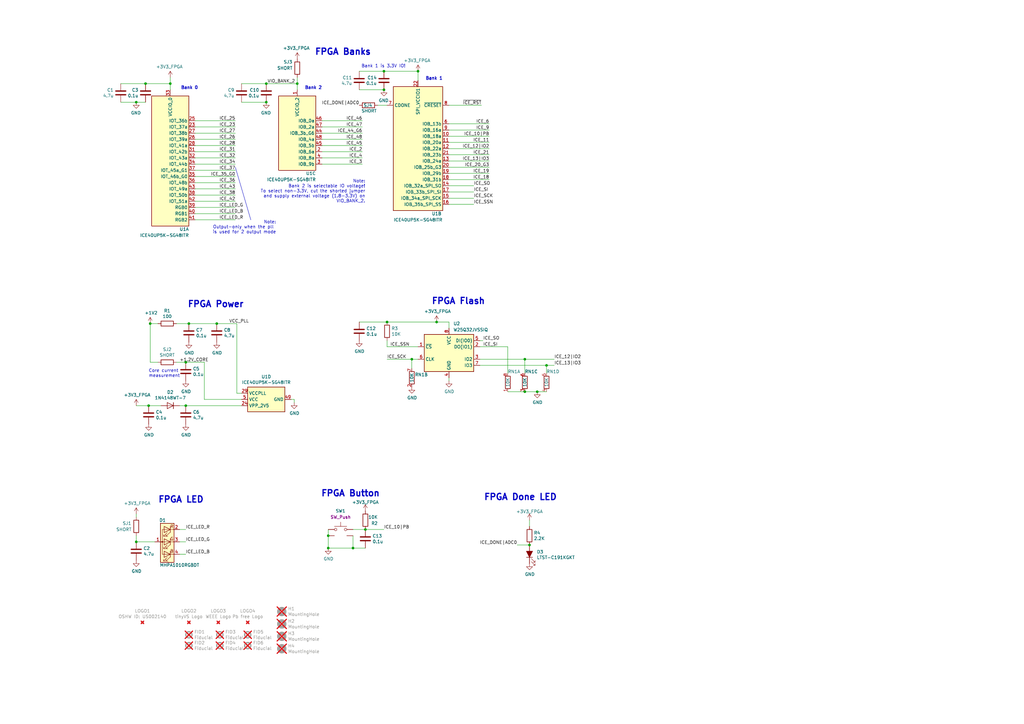
<source format=kicad_sch>
(kicad_sch (version 20231120) (generator "eeschema") (generator_version "8.0")
  (paper "A3")
  (lib_symbols
    (symbol "Device:R_Pack04_Split" (pin_names (offset 0) hide)
      (property "Reference" "RN" (at 2.032 0 90))
      (property "Value" "R_Pack04_Split" (at 0 0 90))
      (symbol "R_Pack04_Split_0_1"
        (rectangle (start 1.016 2.54) (end -1.016 -2.54) (stroke (width 0.254)))
      )
      (symbol "R_Pack04_Split_1_1"
        (pin passive line (at 0 -3.81 90) (length 1.27) (name "R1.1") (number "1"))
        (pin passive line (at 0 3.81 270) (length 1.27) (name "R1.2") (number "8"))
      )
      (symbol "R_Pack04_Split_2_1"
        (pin passive line (at 0 -3.81 90) (length 1.27) (name "R2.1") (number "2"))
        (pin passive line (at 0 3.81 270) (length 1.27) (name "R2.2") (number "7"))
      )
      (symbol "R_Pack04_Split_3_1"
        (pin passive line (at 0 -3.81 90) (length 1.27) (name "R3.1") (number "3"))
        (pin passive line (at 0 3.81 270) (length 1.27) (name "R3.2") (number "6"))
      )
      (symbol "R_Pack04_Split_4_1"
        (pin passive line (at 0 -3.81 90) (length 1.27) (name "R4.1") (number "4"))
        (pin passive line (at 0 3.81 270) (length 1.27) (name "R4.2") (number "5"))
      )
    )
    (symbol "MK11_PROG-rescue:TestPoint_Small-custom" (pin_numbers hide) (pin_names (offset 0.762) hide)
      (property "Reference" "TP" (at 0 3.81 0))
      (property "Value" "TestPoint_Small-custom" (at 0 2.032 0))
      (symbol "TestPoint_Small-custom_0_1"
        (circle (center 0 0) (radius 0.508))
      )
    )
    (symbol "Mechanical:MountingHole" (pin_names (offset 1.016))
      (property "Reference" "H" (at 0 5.08 0))
      (property "Value" "MountingHole" (at 0 3.175 0))
      (symbol "MountingHole_0_1"
        (circle (center 0 0) (radius 1.27) (stroke (width 1.27)))
      )
    )
    (symbol "SW_Push_1" (pin_numbers hide) (pin_names (offset 1.016) hide)
      (property "Reference" "SW2" (at 0 7.62 0))
      (property "Comment" "SW_Push" (at 0 5.08 0))
      (symbol "SW_Push_1_0_1"
        (circle (center -2.032 0) (radius 0.508))
        (polyline (pts (xy 0 1.27) (xy 0 3.048)))
        (polyline (pts (xy 2.54 1.27) (xy -2.54 1.27)))
        (circle (center 2.032 0) (radius 0.508))
        (pin passive line (at -5.08 0 0) (length 2.54) (name "1") (number "1"))
        (pin passive line (at 5.08 0 180) (length 2.54) (name "2") (number "2"))
        (pin passive line (at -5.08 -2.54 0) (length 2.54) (name "SH1") (number "SH1"))
        (pin passive line (at 5.08 -2.54 180) (length 2.54) (name "SH2") (number "SH2"))
      )
    )
    (symbol "UPduino_v3.0:Device_C" (pin_numbers hide) (pin_names (offset 0.254))
      (property "Reference" "C" (at 0.635 2.54 0))
      (property "Value" "Device_C" (at 0.635 -2.54 0))
      (symbol "Device_C_0_1"
        (polyline (pts (xy -2.032 -0.762) (xy 2.032 -0.762)) (stroke (width 0.508)))
        (polyline (pts (xy -2.032 0.762) (xy 2.032 0.762)) (stroke (width 0.508)))
      )
      (symbol "Device_C_1_1"
        (pin passive line (at 0 3.81 270) (length 2.794) (name "~") (number "1"))
        (pin passive line (at 0 -3.81 90) (length 2.794) (name "~") (number "2"))
      )
    )
    (symbol "UPduino_v3.0:Device_LED_ALT" (pin_numbers hide) (pin_names (offset 1.016) hide)
      (property "Reference" "D" (at 0 2.54 0))
      (property "Value" "Device_LED_ALT" (at 0 -2.54 0))
      (symbol "Device_LED_ALT_0_1"
        (polyline (pts (xy -1.27 -1.27) (xy -1.27 1.27)) (stroke (width 0.2032)))
        (polyline (pts (xy -1.27 0) (xy 1.27 0)))
        (polyline (pts (xy 1.27 -1.27) (xy 1.27 1.27) (xy -1.27 0) (xy 1.27 -1.27)) (stroke (width 0.2032)) (fill (type outline)))
        (polyline (pts (xy -3.048 -0.762) (xy -4.572 -2.286) (xy -3.81 -2.286) (xy -4.572 -2.286) (xy -4.572 -1.524)))
        (polyline (pts (xy -1.778 -0.762) (xy -3.302 -2.286) (xy -2.54 -2.286) (xy -3.302 -2.286) (xy -3.302 -1.524)))
      )
      (symbol "Device_LED_ALT_1_1"
        (pin passive line (at -3.81 0 0) (length 2.54) (name "K") (number "1"))
        (pin passive line (at 3.81 0 180) (length 2.54) (name "A") (number "2"))
      )
    )
    (symbol "UPduino_v3.0:Device_LED_ARGB" (pin_names (offset 0) hide)
      (property "Reference" "D2" (at 0 11.8618 0))
      (property "Value" "MHPA1010RGBDT" (at 6.35 10.16 0))
      (symbol "Device_LED_ARGB_0_0"
        (text "B" (at -1.905 3.81 0) (effects (font (size 1.27 1.27))))
        (text "G" (at -1.905 -1.27 0) (effects (font (size 1.27 1.27))))
        (text "R" (at -1.905 -6.35 0) (effects (font (size 1.27 1.27))))
      )
      (symbol "Device_LED_ARGB_0_1"
        (polyline (pts (xy -2.54 -5.08) (xy 1.27 -5.08)))
        (polyline (pts (xy -1.27 -3.81) (xy -1.27 -6.35)) (stroke (width 0.2032)))
        (polyline (pts (xy -1.27 1.27) (xy -1.27 -1.27)) (stroke (width 0.2032)))
        (polyline (pts (xy -1.27 6.35) (xy -1.27 3.81)) (stroke (width 0.2032)))
        (polyline (pts (xy 1.27 5.08) (xy -2.54 5.08)))
        (polyline (pts (xy 2.54 0) (xy -2.54 0)))
        (polyline (pts (xy 1.27 -5.08) (xy 2.032 -5.08) (xy 2.032 5.08) (xy 1.27 5.08)))
        (polyline (pts (xy 1.27 -3.81) (xy 1.27 -6.35) (xy -1.27 -5.08) (xy 1.27 -3.81)) (stroke (width 0.2032)))
        (polyline (pts (xy 1.27 1.27) (xy 1.27 -1.27) (xy -1.27 0) (xy 1.27 1.27)) (stroke (width 0.2032)))
        (polyline (pts (xy 1.27 6.35) (xy 1.27 3.81) (xy -1.27 5.08) (xy 1.27 6.35)) (stroke (width 0.2032)))
        (polyline (pts (xy -1.016 -3.81) (xy 0.508 -2.286) (xy -0.254 -2.286) (xy 0.508 -2.286) (xy 0.508 -3.048)))
        (polyline (pts (xy -1.016 1.27) (xy 0.508 2.794) (xy -0.254 2.794) (xy 0.508 2.794) (xy 0.508 2.032)))
        (polyline (pts (xy -1.016 6.35) (xy 0.508 7.874) (xy -0.254 7.874) (xy 0.508 7.874) (xy 0.508 7.112)))
        (polyline (pts (xy 0 -3.81) (xy 1.524 -2.286) (xy 0.762 -2.286) (xy 1.524 -2.286) (xy 1.524 -3.048)))
        (polyline (pts (xy 0 1.27) (xy 1.524 2.794) (xy 0.762 2.794) (xy 1.524 2.794) (xy 1.524 2.032)))
        (polyline (pts (xy 0 6.35) (xy 1.524 7.874) (xy 0.762 7.874) (xy 1.524 7.874) (xy 1.524 7.112)))
        (rectangle (start 1.27 6.35) (end 1.27 6.35))
        (circle (center 2.032 0) (radius 0.254) (fill (type outline)))
        (rectangle (start 2.794 8.382) (end -2.794 -7.62) (stroke (width 0.254)) (fill (type background)))
      )
      (symbol "Device_LED_ARGB_1_1"
        (pin passive line (at 5.08 0 180) (length 2.54) (name "A") (number "1"))
        (pin passive line (at -5.08 -5.08 0) (length 2.54) (name "RK") (number "2"))
        (pin passive line (at -5.08 0 0) (length 2.54) (name "GK") (number "3"))
        (pin passive line (at -5.08 5.08 0) (length 2.54) (name "BK") (number "4"))
      )
    )
    (symbol "UPduino_v3.0:Device_R" (pin_numbers hide) (pin_names (offset 0))
      (property "Reference" "R" (at 2.032 0 90))
      (property "Value" "Device_R" (at 0 0 90))
      (symbol "Device_R_0_1"
        (rectangle (start -1.016 -2.54) (end 1.016 2.54) (stroke (width 0.254)))
      )
      (symbol "Device_R_1_1"
        (pin passive line (at 0 3.81 270) (length 1.27) (name "~") (number "1"))
        (pin passive line (at 0 -3.81 90) (length 1.27) (name "~") (number "2"))
      )
    )
    (symbol "UPduino_v3.0:Diode_1N4148W" (pin_numbers hide) (pin_names (offset 1.016) hide)
      (property "Reference" "D" (at 0 2.54 0))
      (property "Value" "Diode_1N4148W" (at 0 -2.54 0))
      (symbol "Diode_1N4148W_0_1"
        (polyline (pts (xy -1.27 1.27) (xy -1.27 -1.27)) (stroke (width 0.254)))
        (polyline (pts (xy 1.27 0) (xy -1.27 0)))
        (polyline (pts (xy 1.27 1.27) (xy 1.27 -1.27) (xy -1.27 0) (xy 1.27 1.27)) (stroke (width 0.2032)))
      )
      (symbol "Diode_1N4148W_1_1"
        (pin passive line (at -3.81 0 0) (length 2.54) (name "K") (number "1"))
        (pin passive line (at 3.81 0 180) (length 2.54) (name "A") (number "2"))
      )
    )
    (symbol "UPduino_v3.0:Fiducial-Mechanical"
      (property "Reference" "FID" (at 0 5.08 0))
      (property "Value" "Fiducial-Mechanical" (at 0 3.175 0))
      (symbol "Fiducial-Mechanical_0_1"
        (circle (center 0 0) (radius 1.27) (stroke (width 0.508)) (fill (type background)))
      )
    )
    (symbol "UPduino_v3.0:ICE40UP5K-SG48ITR-FPGA_Lattice"
      (property "Reference" "U" (at -8.89 -29.21 0))
      (property "Value" "ICE40UP5K-SG48ITR-FPGA_Lattice" (at 0 -31.75 0))
      (symbol "ICE40UP5K-SG48ITR-FPGA_Lattice_1_1"
        (rectangle (start -7.62 25.4) (end 7.62 -27.94) (stroke (width 0.254)) (fill (type background)))
        (pin bidirectional line (at -10.16 12.7 0) (length 2.54) (name "IOT_37a") (number "23"))
        (pin bidirectional line (at -10.16 15.24 0) (length 2.54) (name "IOT_36b") (number "25"))
        (pin bidirectional line (at -10.16 7.62 0) (length 2.54) (name "IOT_39a") (number "26"))
        (pin bidirectional line (at -10.16 10.16 0) (length 2.54) (name "IOT_38b") (number "27"))
        (pin bidirectional line (at -10.16 5.08 0) (length 2.54) (name "IOT_41a") (number "28"))
        (pin bidirectional line (at -10.16 2.54 0) (length 2.54) (name "IOT_42b") (number "31"))
        (pin bidirectional line (at -10.16 0 0) (length 2.54) (name "IOT_43a") (number "32"))
        (pin power_in line (at 0 27.94 270) (length 2.54) (name "VCCIO_0") (number "33"))
        (pin bidirectional line (at -10.16 -2.54 0) (length 2.54) (name "IOT_44b") (number "34"))
        (pin bidirectional line (at -10.16 -7.62 0) (length 2.54) (name "IOT_46b_G0") (number "35"))
        (pin bidirectional line (at -10.16 -10.16 0) (length 2.54) (name "IOT_48b") (number "36"))
        (pin bidirectional line (at -10.16 -5.08 0) (length 2.54) (name "IOT_45a_G1") (number "37"))
        (pin bidirectional line (at -10.16 -15.24 0) (length 2.54) (name "IOT_50b") (number "38"))
        (pin open_collector line (at -10.16 -20.32 0) (length 2.54) (name "RGB0") (number "39"))
        (pin open_collector line (at -10.16 -22.86 0) (length 2.54) (name "RGB1") (number "40"))
        (pin open_collector line (at -10.16 -25.4 0) (length 2.54) (name "RGB2") (number "41"))
        (pin bidirectional line (at -10.16 -17.78 0) (length 2.54) (name "IOT_51a") (number "42"))
        (pin bidirectional line (at -10.16 -12.7 0) (length 2.54) (name "IOT_49a") (number "43"))
      )
      (symbol "ICE40UP5K-SG48ITR-FPGA_Lattice_2_1"
        (rectangle (start -10.16 25.4) (end 10.16 -25.4) (stroke (width 0.254)) (fill (type background)))
        (pin bidirectional line (at -12.7 5.08 0) (length 2.54) (name "IOB_18a") (number "10"))
        (pin bidirectional line (at -12.7 2.54 0) (length 2.54) (name "IOB_20a") (number "11"))
        (pin bidirectional line (at -12.7 0 0) (length 2.54) (name "IOB_22a") (number "12"))
        (pin bidirectional line (at -12.7 -5.08 0) (length 2.54) (name "IOB_24a") (number "13"))
        (pin bidirectional line (at -12.7 -15.24 0) (length 2.54) (name "IOB_32a_SPI_SO") (number "14"))
        (pin bidirectional line (at -12.7 -20.32 0) (length 2.54) (name "IOB_34a_SPI_SCK") (number "15"))
        (pin bidirectional line (at -12.7 -22.86 0) (length 2.54) (name "IOB_35b_SPI_SS") (number "16"))
        (pin bidirectional line (at -12.7 -17.78 0) (length 2.54) (name "IOB_33b_SPI_SI") (number "17"))
        (pin bidirectional line (at -12.7 -12.7 0) (length 2.54) (name "IOB_31b") (number "18"))
        (pin bidirectional line (at -12.7 -10.16 0) (length 2.54) (name "IOB_29b") (number "19"))
        (pin bidirectional line (at -12.7 -7.62 0) (length 2.54) (name "IOB_25b_G3") (number "20"))
        (pin bidirectional line (at -12.7 -2.54 0) (length 2.54) (name "IOB_23b") (number "21"))
        (pin power_in line (at 0 27.94 270) (length 2.54) (name "SPI_VCCIO1") (number "22"))
        (pin bidirectional line (at -12.7 10.16 0) (length 2.54) (name "IOB_13b") (number "6"))
        (pin open_collector line (at 12.7 17.78 180) (length 2.54) (name "CDONE") (number "7"))
        (pin input line (at -12.7 17.78 0) (length 2.54) (name "~{CRESET}") (number "8"))
        (pin bidirectional line (at -12.7 7.62 0) (length 2.54) (name "IOB_16a") (number "9"))
      )
      (symbol "ICE40UP5K-SG48ITR-FPGA_Lattice_3_1"
        (rectangle (start -7.62 15.24) (end 7.62 -15.24) (stroke (width 0.254)) (fill (type background)))
        (pin power_in line (at 0 17.78 270) (length 2.54) (name "VCCIO_2") (number "1"))
        (pin bidirectional line (at -10.16 -7.62 0) (length 2.54) (name "IOB_6a") (number "2"))
        (pin bidirectional line (at -10.16 -12.7 0) (length 2.54) (name "IOB_9b") (number "3"))
        (pin bidirectional line (at -10.16 -10.16 0) (length 2.54) (name "IOB_8a") (number "4"))
        (pin bidirectional line (at -10.16 0 0) (length 2.54) (name "IOB_3b_G6") (number "44"))
        (pin bidirectional line (at -10.16 -5.08 0) (length 2.54) (name "IOB_5b") (number "45"))
        (pin bidirectional line (at -10.16 5.08 0) (length 2.54) (name "IOB_0a") (number "46"))
        (pin bidirectional line (at -10.16 2.54 0) (length 2.54) (name "IOB_2a") (number "47"))
        (pin bidirectional line (at -10.16 -2.54 0) (length 2.54) (name "IOB_4a") (number "48"))
      )
      (symbol "ICE40UP5K-SG48ITR-FPGA_Lattice_4_1"
        (rectangle (start -5.08 7.62) (end 5.08 -7.62) (stroke (width 0.254)) (fill (type background)))
        (pin power_in line (at -2.54 10.16 270) (length 2.54) (name "VPP_2V5") (number "24"))
        (pin power_out line (at 2.54 10.16 270) (length 2.54) (name "VCCPLL") (number "29"))
        (pin passive line (at 0 10.16 270) (length 2.54) hide (name "VCC") (number "30"))
        (pin power_in line (at 0 -10.16 90) (length 2.54) (name "GND") (number "49"))
        (pin power_in line (at 0 10.16 270) (length 2.54) (name "VCC") (number "5"))
      )
    )
    (symbol "UPduino_v3.0:W25Q32JVSS-Memory_Flash"
      (property "Reference" "U" (at -8.89 8.89 0))
      (property "Value" "W25Q32JVSS-Memory_Flash" (at 7.62 8.89 0))
      (symbol "W25Q32JVSS-Memory_Flash_0_1"
        (rectangle (start -10.16 7.62) (end 10.16 -7.62) (stroke (width 0.254)) (fill (type background)))
      )
      (symbol "W25Q32JVSS-Memory_Flash_1_1"
        (pin input line (at -12.7 2.54 0) (length 2.54) (name "~{CS}") (number "1"))
        (pin bidirectional line (at 12.7 2.54 180) (length 2.54) (name "DO(IO1)") (number "2"))
        (pin bidirectional line (at 12.7 -2.54 180) (length 2.54) (name "IO2") (number "3"))
        (pin power_in line (at 0 -10.16 90) (length 2.54) (name "GND") (number "4"))
        (pin bidirectional line (at 12.7 5.08 180) (length 2.54) (name "DI(IO0)") (number "5"))
        (pin input line (at -12.7 -2.54 0) (length 2.54) (name "CLK") (number "6"))
        (pin bidirectional line (at 12.7 -5.08 180) (length 2.54) (name "IO3") (number "7"))
        (pin power_in line (at 0 10.16 270) (length 2.54) (name "VCC") (number "8"))
      )
    )
    (symbol "UPduino_v3.0:power_+1V2" (power) (pin_names (offset 0))
      (property "Value" "power_+1V2" (at 0 3.556 0))
      (symbol "power_+1V2_0_1"
        (polyline (pts (xy -0.762 1.27) (xy 0 2.54)))
        (polyline (pts (xy 0 0) (xy 0 2.54)))
        (polyline (pts (xy 0 2.54) (xy 0.762 1.27)))
      )
      (symbol "power_+1V2_1_1"
        (pin power_in line (at 0 0 90) (length 0) hide (name "+1V2") (number "1"))
      )
    )
    (symbol "UPduino_v3.0:power_GND" (power) (pin_names (offset 0))
      (property "Value" "power_GND" (at 0 -3.81 0))
      (symbol "power_GND_0_1"
        (polyline (pts (xy 0 0) (xy 0 -1.27) (xy 1.27 -1.27) (xy 0 -2.54) (xy -1.27 -1.27) (xy 0 -1.27)))
      )
      (symbol "power_GND_1_1"
        (pin power_in line (at 0 0 270) (length 0) hide (name "GND") (number "1"))
      )
    )
    (symbol "power:+3V3" (power) (pin_names (offset 0))
      (property "Value" "+3V3" (at 0 3.556 0))
      (symbol "+3V3_0_1"
        (polyline (pts (xy -0.762 1.27) (xy 0 2.54)))
        (polyline (pts (xy 0 0) (xy 0 2.54)))
        (polyline (pts (xy 0 2.54) (xy 0.762 1.27)))
      )
      (symbol "+3V3_1_1"
        (pin power_in line (at 0 0 90) (length 0) hide (name "+3V3") (number "1"))
      )
    )
  )
  (junction (at 55.88 41.91))
  (junction (at 217.17 223.52))
  (junction (at 134.62 219.71))
  (junction (at 157.48 29.21))
  (junction (at 121.92 34.29))
  (junction (at 109.22 41.91))
  (junction (at 76.2 166.37))
  (junction (at 59.69 34.29))
  (junction (at 215.265 147.32))
  (junction (at 168.91 147.32))
  (junction (at 179.07 132.08))
  (junction (at 55.88 222.25))
  (junction (at 149.86 217.17))
  (junction (at 69.85 34.29))
  (junction (at 157.48 36.83))
  (junction (at 88.9 132.715))
  (junction (at 144.78 224.79))
  (junction (at 77.47 132.715))
  (junction (at 171.45 29.21))
  (junction (at 76.2 148.59))
  (junction (at 60.96 166.37))
  (junction (at 224.155 149.86))
  (junction (at 220.345 160.655))
  (junction (at 61.595 132.715))
  (junction (at 109.22 34.29))
  (junction (at 158.75 132.08))
  (junction (at 134.62 224.79))
  (junction (at 215.265 160.655))
  (wire (pts (xy 196.85 149.86) (xy 224.155 149.86)))
  (wire (pts (xy 121.92 34.29) (xy 121.92 36.83)))
  (wire (pts (xy 215.265 147.32) (xy 215.265 153.035)))
  (wire (pts (xy 147.32 132.08) (xy 158.75 132.08)))
  (wire (pts (xy 80.01 82.55) (xy 96.52 82.55)))
  (wire (pts (xy 134.62 219.71) (xy 134.62 224.79)))
  (wire (pts (xy 184.15 63.5) (xy 200.66 63.5)))
  (wire (pts (xy 69.85 34.29) (xy 69.85 36.83)))
  (wire (pts (xy 80.01 85.09) (xy 96.52 85.09)))
  (wire (pts (xy 80.01 74.93) (xy 96.52 74.93)))
  (wire (pts (xy 184.15 53.34) (xy 200.66 53.34)))
  (wire (pts (xy 184.15 50.8) (xy 200.66 50.8)))
  (wire (pts (xy 179.07 132.08) (xy 184.15 132.08)))
  (wire (pts (xy 69.85 34.29) (xy 59.69 34.29)))
  (wire (pts (xy 184.15 132.08) (xy 184.15 134.62)))
  (wire (pts (xy 80.01 80.01) (xy 96.52 80.01)))
  (wire (pts (xy 158.75 132.08) (xy 179.07 132.08)))
  (wire (pts (xy 184.15 78.74) (xy 194.31 78.74)))
  (wire (pts (xy 149.86 217.17) (xy 157.48 217.17)))
  (wire (pts (xy 121.92 31.75) (xy 121.92 34.29)))
  (wire (pts (xy 80.01 87.63) (xy 96.52 87.63)))
  (wire (pts (xy 184.15 73.66) (xy 200.66 73.66)))
  (wire (pts (xy 60.96 166.37) (xy 66.04 166.37)))
  (wire (pts (xy 80.01 67.31) (xy 96.52 67.31)))
  (wire (pts (xy 119.38 163.83) (xy 120.65 163.83)))
  (wire (pts (xy 61.595 132.715) (xy 61.595 148.59)))
  (wire (pts (xy 208.28 142.24) (xy 208.28 153.035)))
  (wire (pts (xy 132.08 49.53) (xy 148.59 49.53)))
  (wire (pts (xy 73.66 217.17) (xy 76.2 217.17)))
  (wire (pts (xy 77.47 132.715) (xy 88.9 132.715)))
  (wire (pts (xy 76.2 148.59) (xy 83.82 148.59)))
  (wire (pts (xy 55.88 210.82) (xy 55.88 212.09)))
  (wire (pts (xy 80.01 77.47) (xy 96.52 77.47)))
  (wire (pts (xy 80.01 52.07) (xy 96.52 52.07)))
  (wire (pts (xy 132.08 59.69) (xy 148.59 59.69)))
  (wire (pts (xy 184.15 71.12) (xy 200.66 71.12)))
  (wire (pts (xy 61.595 148.59) (xy 64.77 148.59)))
  (wire (pts (xy 55.88 219.71) (xy 55.88 222.25)))
  (wire (pts (xy 168.91 147.32) (xy 171.45 147.32)))
  (wire (pts (xy 132.08 64.77) (xy 148.59 64.77)))
  (wire (pts (xy 55.88 166.37) (xy 60.96 166.37)))
  (wire (pts (xy 184.15 58.42) (xy 200.66 58.42)))
  (wire (pts (xy 83.82 148.59) (xy 83.82 163.83)))
  (wire (pts (xy 144.78 224.79) (xy 149.86 224.79)))
  (wire (pts (xy 120.65 163.83) (xy 120.65 165.1)))
  (wire (pts (xy 69.85 31.75) (xy 69.85 34.29)))
  (wire (pts (xy 80.01 69.85) (xy 96.52 69.85)))
  (wire (pts (xy 83.82 163.83) (xy 99.06 163.83)))
  (wire (pts (xy 80.01 72.39) (xy 96.52 72.39)))
  (wire (pts (xy 132.08 57.15) (xy 148.59 57.15)))
  (wire (pts (xy 184.15 55.88) (xy 200.66 55.88)))
  (wire (pts (xy 184.15 68.58) (xy 200.66 68.58)))
  (wire (pts (xy 157.48 36.83) (xy 147.32 36.83)))
  (wire (pts (xy 196.85 142.24) (xy 208.28 142.24)))
  (wire (pts (xy 99.06 34.29) (xy 109.22 34.29)))
  (wire (pts (xy 184.15 154.94) (xy 184.15 156.21)))
  (wire (pts (xy 212.09 223.52) (xy 217.17 223.52)))
  (wire (pts (xy 73.66 227.33) (xy 76.2 227.33)))
  (wire (pts (xy 144.78 219.71) (xy 144.78 224.79)))
  (wire (pts (xy 132.08 54.61) (xy 148.59 54.61)))
  (wire (pts (xy 59.69 34.29) (xy 49.53 34.29)))
  (wire (pts (xy 208.28 160.655) (xy 215.265 160.655)))
  (wire (pts (xy 147.32 29.21) (xy 157.48 29.21)))
  (wire (pts (xy 144.78 217.17) (xy 149.86 217.17)))
  (wire (pts (xy 72.39 132.715) (xy 77.47 132.715)))
  (wire (pts (xy 134.62 224.79) (xy 144.78 224.79)))
  (wire (pts (xy 88.9 132.715) (xy 97.155 132.715)))
  (wire (pts (xy 168.91 147.32) (xy 168.91 151.13)))
  (wire (pts (xy 73.66 222.25) (xy 76.2 222.25)))
  (wire (pts (xy 109.22 41.91) (xy 99.06 41.91)))
  (wire (pts (xy 184.15 81.28) (xy 194.31 81.28)))
  (wire (pts (xy 217.17 215.9) (xy 217.17 213.36)))
  (wire (pts (xy 171.45 29.21) (xy 157.48 29.21)))
  (wire (pts (xy 215.265 147.32) (xy 227.33 147.32)))
  (wire (pts (xy 158.75 139.7) (xy 158.75 142.24)))
  (wire (pts (xy 184.15 66.04) (xy 200.66 66.04)))
  (wire (pts (xy 55.88 222.25) (xy 63.5 222.25)))
  (wire (pts (xy 134.62 217.17) (xy 134.62 219.71)))
  (wire (pts (xy 158.75 147.32) (xy 168.91 147.32)))
  (wire (pts (xy 80.01 62.23) (xy 96.52 62.23)))
  (wire (pts (xy 59.69 41.91) (xy 55.88 41.91)))
  (wire (pts (xy 198.12 139.7) (xy 196.85 139.7)))
  (wire (pts (xy 73.66 166.37) (xy 76.2 166.37)))
  (wire (pts (xy 132.08 52.07) (xy 148.59 52.07)))
  (wire (pts (xy 80.01 49.53) (xy 96.52 49.53)))
  (wire (pts (xy 61.595 132.715) (xy 64.77 132.715)))
  (wire (pts (xy 171.45 29.21) (xy 171.45 33.02)))
  (wire (pts (xy 184.15 60.96) (xy 200.66 60.96)))
  (wire (pts (xy 76.2 166.37) (xy 99.06 166.37)))
  (wire (pts (xy 80.01 57.15) (xy 96.52 57.15)))
  (wire (pts (xy 72.39 148.59) (xy 76.2 148.59)))
  (wire (pts (xy 194.31 83.82) (xy 184.15 83.82)))
  (wire (pts (xy 55.88 41.91) (xy 49.53 41.91)))
  (wire (pts (xy 132.08 62.23) (xy 148.59 62.23)))
  (wire (pts (xy 97.155 161.29) (xy 99.06 161.29)))
  (wire (pts (xy 132.08 67.31) (xy 148.59 67.31)))
  (wire (pts (xy 121.92 34.29) (xy 109.22 34.29)))
  (wire (pts (xy 158.75 142.24) (xy 171.45 142.24)))
  (wire (pts (xy 197.485 43.18) (xy 184.15 43.18)))
  (wire (pts (xy 215.265 160.655) (xy 220.345 160.655)))
  (polyline (pts (xy 102.87 90.17) (xy 96.52 68.58)) (stroke (width 0) (type solid)))
  (wire (pts (xy 80.01 64.77) (xy 96.52 64.77)))
  (wire (pts (xy 80.01 54.61) (xy 96.52 54.61)))
  (wire (pts (xy 97.155 132.715) (xy 97.155 161.29)))
  (wire (pts (xy 80.01 90.17) (xy 96.52 90.17)))
  (wire (pts (xy 224.155 149.86) (xy 224.155 153.035)))
  (wire (pts (xy 80.01 59.69) (xy 96.52 59.69)))
  (wire (pts (xy 220.345 160.655) (xy 224.155 160.655)))
  (wire (pts (xy 154.94 43.18) (xy 158.75 43.18)))
  (wire (pts (xy 196.85 147.32) (xy 215.265 147.32)))
  (wire (pts (xy 184.15 76.2) (xy 194.31 76.2)))
  (wire (pts (xy 224.155 149.86) (xy 227.33 149.86)))
  (text "Bank 0" (at 81.28 36.83 0) (effects (font (size 1.27 1.27) (thickness 0.254) (bold yes)) (justify right bottom)))
  (text "Bank 1 is 3.3V IO!" (at 166.37 27.94 0) (effects (font (size 1.27 1.27)) (justify right bottom)))
  (text "FPGA Done LED" (at 198.374 205.486 0) (effects (font (size 2.54 2.54) (thickness 0.508) (bold yes)) (justify left bottom)))
  (text "FPGA Power" (at 76.835 126.365 0) (effects (font (size 2.54 2.54) (thickness 0.508) (bold yes)) (justify left bottom)))
  (text "Note:\nBank 2 is selectable IO voltage!\nTo select non-3.3V, cut the shorted jumper\nand supply external voltage (1.8-3.3V) on\nVIO_BANK_2." (at 149.86 83.312 0) (effects (font (size 1.27 1.27)) (justify right bottom)))
  (text "Bank 1" (at 181.61 33.02 0) (effects (font (size 1.27 1.27) (thickness 0.254) (bold yes)) (justify right bottom)))
  (text "FPGA Flash" (at 176.911 125.095 0) (effects (font (size 2.54 2.54) (thickness 0.508) (bold yes)) (justify left bottom)))
  (text "FPGA LED" (at 64.77 206.502 0) (effects (font (size 2.54 2.54) (thickness 0.508) (bold yes)) (justify left bottom)))
  (text "FPGA Banks" (at 129.032 22.86 0) (effects (font (size 2.54 2.54) (thickness 0.508) (bold yes)) (justify left bottom)))
  (text "Core current \nmeasurement" (at 60.96 154.94 0) (effects (font (size 1.27 1.27)) (justify left bottom)))
  (text "Bank 2" (at 132.08 36.83 0) (effects (font (size 1.27 1.27) (thickness 0.254) (bold yes)) (justify right bottom)))
  (text "FPGA Button" (at 131.572 203.962 0) (effects (font (size 2.54 2.54) (thickness 0.508) (bold yes)) (justify left bottom)))
  (text "Note:\nOutput-only when the pll \nis used for 2 output mode" (at 113.284 96.012 0) (effects (font (size 1.27 1.27)) (justify right bottom)))
  (label "ICE_SO" (at 198.12 139.7 0))
  (label "ICE_SI" (at 198.12 142.24 0))
  (label "ICE_3" (at 148.59 67.31 180))
  (label "ICE_LED_R" (at 89.916 90.17 0))
  (label "+1.2V_CORE" (at 73.66 148.59 0))
  (label "ICE_LED_G" (at 76.2 222.25 0))
  (label "ICE_31" (at 96.52 62.23 180))
  (label "ICE_42" (at 96.52 82.55 180))
  (label "~{ICE_RST}" (at 197.485 43.18 180))
  (label "ICE_SSN" (at 194.31 83.82 0))
  (label "ICE_43" (at 96.52 77.47 180))
  (label "ICE_37" (at 96.52 69.85 180))
  (label "ICE_21" (at 200.66 63.5 180))
  (label "ICE_10|PB" (at 200.66 55.88 180))
  (label "ICE_44_G6" (at 148.59 54.61 180))
  (label "ICE_46" (at 148.59 49.53 180))
  (label "ICE_18" (at 200.66 73.66 180))
  (label "ICE_12|IO2" (at 200.66 60.96 180))
  (label "ICE_LED_B" (at 89.916 87.63 0))
  (label "ICE_SO" (at 194.31 76.2 0))
  (label "ICE_38" (at 96.52 80.01 180))
  (label "ICE_SSN" (at 160.02 142.24 0))
  (label "ICE_SI" (at 194.31 78.74 0))
  (label "ICE_6" (at 200.66 50.8 180))
  (label "ICE_LED_G" (at 89.916 85.09 0))
  (label "ICE_13|IO3" (at 200.66 66.04 180))
  (label "ICE_DONE|ADC0" (at 212.09 223.52 180))
  (label "ICE_11" (at 200.66 58.42 180))
  (label "ICE_32" (at 96.52 64.77 180))
  (label "ICE_45" (at 148.59 59.69 180))
  (label "ICE_19" (at 200.66 71.12 180))
  (label "ICE_2" (at 148.59 62.23 180))
  (label "ICE_26" (at 96.52 57.15 180))
  (label "ICE_DONE|ADC0" (at 147.32 43.18 180))
  (label "ICE_35_G0" (at 96.52 72.39 180))
  (label "VIO_BANK_2" (at 121.031 34.29 180))
  (label "ICE_27" (at 96.52 54.61 180))
  (label "ICE_LED_B" (at 76.2 227.33 0))
  (label "ICE_10|PB" (at 157.48 217.17 0))
  (label "ICE_13|IO3" (at 227.33 149.86 0))
  (label "ICE_48" (at 148.59 57.15 180))
  (label "ICE_25" (at 96.52 49.53 180))
  (label "ICE_20_G3" (at 200.66 68.58 180))
  (label "ICE_47" (at 148.59 52.07 180))
  (label "ICE_LED_R" (at 76.2 217.17 0))
  (label "ICE_SCK" (at 194.31 81.28 0))
  (label "VCC_PLL" (at 93.98 132.715 0))
  (label "ICE_SCK" (at 158.75 147.32 0))
  (label "ICE_12|IO2" (at 227.33 147.32 0))
  (label "ICE_9" (at 200.66 53.34 180))
  (label "ICE_28" (at 96.52 59.69 180))
  (label "ICE_4" (at 148.59 64.77 180))
  (label "ICE_36" (at 96.52 74.93 180))
  (label "ICE_23" (at 96.52 52.07 180))
  (label "ICE_34" (at 96.52 67.31 180))
  (symbol (lib_id "Device:R_Pack04_Split") (at 168.91 154.94 0) (unit 2)
    (property "Reference" "RN1" (at 170.18 153.67 0) (effects (justify left)))
    (property "Value" "10K" (at 168.91 156.845 90) (effects (justify left)))
    (property "Footprint" "Resistor_SMD:R_Array_Concave_4x0402" (effects (hide yes)))
    (property "Description" "RESARRAY 10K OHM 1% 1/16W 0804" (effects (hide yes)))
    (property "MPN" "YC124-FR-0710KL" (effects (hide yes)))
    (property "Manufacturer" "YAGEO" (effects (hide yes)))
    (property "Supplier" "LCSC" (effects (hide yes)))
  )
  (symbol (lib_id "power:+3V3") (at 171.45 29.21 0) (mirror y) (unit 1)
    (property "Reference" "#PWR020" (effects (hide yes)))
    (property "Value" "+3V3_FPGA" (at 171.069 24.8158 0))
  )
  (symbol (lib_id "power:+3V3") (at 55.88 166.37 0) (unit 1)
    (property "Reference" "#PWR02" (effects (hide yes)))
    (property "Value" "+3V3_FPGA" (at 56.261 161.9758 0))
  )
  (symbol (lib_id "UPduino_v3.0:power_GND") (at 55.88 41.91 0) (mirror y) (unit 1)
    (property "Reference" "#PWR01" (effects (hide yes)))
    (property "Value" "GND" (at 55.753 46.3042 0))
  )
  (symbol (lib_id "UPduino_v3.0:power_GND") (at 55.88 229.87 0) (unit 1)
    (property "Reference" "#PWR04" (effects (hide yes)))
    (property "Value" "GND" (at 56.007 234.2642 0))
  )
  (symbol (lib_id "UPduino_v3.0:Device_R") (at 151.13 43.18 90) (mirror x) (unit 1)
    (property "Reference" "SJ4" (at 150.876 43.18 90))
    (property "Value" "SHORT" (at 151.384 45.466 90))
    (property "Footprint" "Jumper:SolderJumper-2_P1.3mm_Bridged_RoundedPad1.0x1.5mm" (effects (hide yes)))
    (property "MPN" "DNP" (effects (hide yes)))
  )
  (symbol (lib_id "power:+3V3") (at 69.85 31.75 0) (mirror y) (unit 1)
    (property "Reference" "#PWR07" (effects (hide yes)))
    (property "Value" "+3V3_FPGA" (at 69.469 27.3558 0))
  )
  (symbol (lib_id "UPduino_v3.0:Fiducial-Mechanical") (at 101.6 260.35 0) (unit 1) (dnp yes)
    (property "Reference" "FID5" (at 103.759 259.1816 0) (effects (justify left)))
    (property "Value" "Fiducial" (at 103.759 261.493 0) (effects (justify left)))
    (property "Footprint" "Fiducial:Fiducial_0.75mm_Mask1.5mm" (effects (hide yes)))
    (property "MPN" "DNP" (effects (hide yes)))
  )
  (symbol (lib_id "UPduino_v3.0:Device_C") (at 60.96 170.18 0) (unit 1)
    (property "Reference" "C4" (at 63.881 169.0116 0) (effects (justify left)))
    (property "Value" "0.1u" (at 63.881 171.323 0) (effects (justify left)))
    (property "Footprint" "Capacitor_SMD:C_0402_1005Metric" (effects (hide yes)))
    (property "Description" "CAP CER 0.1UF 16V X7R 0402" (effects (hide yes)))
    (property "MPN" "GRM155R71C104KA88J" (effects (hide yes)))
    (property "Manufacturer" "Murata Electronics" (effects (hide yes)))
    (property "Supplier" "Mouser" (effects (hide yes)))
  )
  (symbol (lib_id "UPduino_v3.0:power_GND") (at 60.96 173.99 0) (unit 1)
    (property "Reference" "#PWR05" (effects (hide yes)))
    (property "Value" "GND" (at 61.087 178.3842 0))
  )
  (symbol (lib_id "UPduino_v3.0:Device_R") (at 217.17 219.71 180) (unit 1)
    (property "Reference" "R4" (at 218.948 218.5416 0) (effects (justify right)))
    (property "Value" "2.2K" (at 218.948 220.853 0) (effects (justify right)))
    (property "Footprint" "Resistor_SMD:R_0402_1005Metric" (effects (hide yes)))
    (property "Description" "RES 2.2K OHM 1% 1/16W 0402" (effects (hide yes)))
    (property "MPN" "RC0402FR-072K2L" (effects (hide yes)))
    (property "Manufacturer" "YAGEO" (effects (hide yes)))
    (property "Supplier" "LCSC" (effects (hide yes)))
  )
  (symbol (lib_id "power:+3V3") (at 55.88 210.82 0) (unit 1)
    (property "Reference" "#PWR03" (effects (hide yes)))
    (property "Value" "+3V3_FPGA" (at 56.261 206.4258 0))
  )
  (symbol (lib_id "UPduino_v3.0:Device_C") (at 76.2 152.4 0) (unit 1)
    (property "Reference" "C5" (at 79.121 151.2316 0) (effects (justify left)))
    (property "Value" "0.1u" (at 79.121 153.543 0) (effects (justify left)))
    (property "Footprint" "Capacitor_SMD:C_0402_1005Metric" (effects (hide yes)))
    (property "Description" "CAP CER 0.1UF 16V X7R 0402" (effects (hide yes)))
    (property "MPN" "GRM155R71C104KA88J" (effects (hide yes)))
    (property "Manufacturer" "Murata Electronics" (effects (hide yes)))
    (property "Supplier" "Mouser" (effects (hide yes)))
  )
  (symbol (lib_id "power:+3V3") (at 217.17 213.36 0) (unit 1)
    (property "Reference" "#PWR023" (effects (hide yes)))
    (property "Value" "+3V3_FPGA" (at 217.17 209.804 0))
  )
  (symbol (lib_id "UPduino_v3.0:Device_C") (at 59.69 38.1 0) (mirror y) (unit 1)
    (property "Reference" "C3" (at 56.769 36.9316 0) (effects (justify left)))
    (property "Value" "0.1u" (at 56.769 39.243 0) (effects (justify left)))
    (property "Footprint" "Capacitor_SMD:C_0402_1005Metric" (effects (hide yes)))
    (property "Description" "CAP CER 0.1UF 16V X7R 0402" (effects (hide yes)))
    (property "MPN" "GRM155R71C104KA88J" (effects (hide yes)))
    (property "Manufacturer" "Murata Electronics" (effects (hide yes)))
    (property "Supplier" "Mouser" (effects (hide yes)))
  )
  (symbol (lib_id "UPduino_v3.0:Device_C") (at 76.2 170.18 0) (unit 1)
    (property "Reference" "C6" (at 79.121 169.0116 0) (effects (justify left)))
    (property "Value" "4.7u" (at 79.121 171.323 0) (effects (justify left)))
    (property "Footprint" "Capacitor_SMD:C_0402_1005Metric" (effects (hide yes)))
    (property "Description" "CAP CER 4.7UF 6.3V X5R 0402" (effects (hide yes)))
    (property "MPN" "GRM155R60J475ME87D" (effects (hide yes)))
    (property "Manufacturer" "Murata Electronics" (effects (hide yes)))
    (property "Supplier" "LCSC" (effects (hide yes)))
  )
  (symbol (lib_id "UPduino_v3.0:ICE40UP5K-SG48ITR-FPGA_Lattice") (at 69.85 64.77 0) (mirror y) (unit 1)
    (property "Reference" "U1" (at 77.47 93.98 0) (effects (justify left)))
    (property "Value" "ICE40UP5K-SG48ITR" (at 77.47 96.52 0) (effects (justify left)))
    (property "Footprint" "Package_DFN_QFN:QFN-48-1EP_7x7mm_P0.5mm_EP5.6x5.6mm" (effects (hide yes)))
    (property "Datasheet" "http://www.latticesemi.com/Products/FPGAandCPLD/iCE40Ultra" (effects (hide yes)))
    (property "Description" "IC FPGA 39 I/O 48QFN" (effects (hide yes)))
    (property "MPN" "ICE40UP5K-SG48I" (effects (hide yes)))
    (property "Manufacturer" "Lattice" (effects (hide yes)))
    (property "Supplier" "Mouser" (effects (hide yes)))
  )
  (symbol (lib_id "UPduino_v3.0:Device_C") (at 77.47 136.525 0) (unit 1)
    (property "Reference" "C7" (at 80.391 135.3566 0) (effects (justify left)))
    (property "Value" "0.1u" (at 80.391 137.668 0) (effects (justify left)))
    (property "Footprint" "Capacitor_SMD:C_0402_1005Metric" (effects (hide yes)))
    (property "Description" "CAP CER 0.1UF 16V X7R 0402" (effects (hide yes)))
    (property "MPN" "GRM155R71C104KA88J" (effects (hide yes)))
    (property "Manufacturer" "Murata Electronics" (effects (hide yes)))
    (property "Supplier" "Mouser" (effects (hide yes)))
  )
  (symbol (lib_id "UPduino_v3.0:Fiducial-Mechanical") (at 90.17 260.35 0) (unit 1) (dnp yes)
    (property "Reference" "FID3" (at 92.329 259.1816 0) (effects (justify left)))
    (property "Value" "Fiducial" (at 92.329 261.493 0) (effects (justify left)))
    (property "Footprint" "Fiducial:Fiducial_0.75mm_Mask1.5mm" (effects (hide yes)))
    (property "MPN" "DNP" (effects (hide yes)))
  )
  (symbol (lib_id "UPduino_v3.0:Fiducial-Mechanical") (at 77.47 264.795 0) (unit 1) (dnp yes)
    (property "Reference" "FID2" (at 79.629 263.6266 0) (effects (justify left)))
    (property "Value" "Fiducial" (at 79.629 265.938 0) (effects (justify left)))
    (property "Footprint" "Fiducial:Fiducial_0.75mm_Mask1.5mm" (effects (hide yes)))
    (property "MPN" "DNP" (effects (hide yes)))
  )
  (symbol (lib_id "UPduino_v3.0:Device_C") (at 88.9 136.525 0) (unit 1)
    (property "Reference" "C8" (at 91.821 135.3566 0) (effects (justify left)))
    (property "Value" "4.7u" (at 91.821 137.668 0) (effects (justify left)))
    (property "Footprint" "Capacitor_SMD:C_0402_1005Metric" (effects (hide yes)))
    (property "Description" "CAP CER 4.7UF 6.3V X5R 0402" (effects (hide yes)))
    (property "MPN" "GRM155R60J475ME87D" (effects (hide yes)))
    (property "Manufacturer" "Murata Electronics" (effects (hide yes)))
    (property "Supplier" "LCSC" (effects (hide yes)))
  )
  (symbol (lib_id "UPduino_v3.0:Device_R") (at 68.58 132.715 270) (unit 1)
    (property "Reference" "R1" (at 68.58 127.4572 90))
    (property "Value" "100" (at 68.58 129.7686 90))
    (property "Footprint" "Resistor_SMD:R_0402_1005Metric" (effects (hide yes)))
    (property "Description" "RES 100 OHM 1% 1/16W 0402" (effects (hide yes)))
    (property "MPN" "RC0402FR-07100RL" (effects (hide yes)))
    (property "Manufacturer" "YAGEO" (effects (hide yes)))
    (property "Supplier" "LCSC" (effects (hide yes)))
  )
  (symbol (lib_id "UPduino_v3.0:Fiducial-Mechanical") (at 90.17 264.795 0) (unit 1) (dnp yes)
    (property "Reference" "FID4" (at 92.329 263.6266 0) (effects (justify left)))
    (property "Value" "Fiducial" (at 92.329 265.938 0) (effects (justify left)))
    (property "Footprint" "Fiducial:Fiducial_0.75mm_Mask1.5mm" (effects (hide yes)))
    (property "MPN" "DNP" (effects (hide yes)))
  )
  (symbol (lib_id "UPduino_v3.0:Device_LED_ALT") (at 217.17 227.33 90) (unit 1)
    (property "Reference" "D3" (at 220.1672 226.3394 90) (effects (justify right)))
    (property "Value" "LTST-C191KGKT" (at 220.1672 228.6508 90) (effects (justify right)))
    (property "Footprint" "LED_SMD:LED_0603_1608Metric" (effects (hide yes)))
    (property "Description" "LED GREEN CLEAR SMD" (effects (hide yes)))
    (property "MPN" "LTST-C191KGKT" (effects (hide yes)))
    (property "Manufacturer" "Lite-On" (effects (hide yes)))
    (property "Supplier" "LCSC" (effects (hide yes)))
  )
  (symbol (lib_id "UPduino_v3.0:Device_C") (at 109.22 38.1 0) (mirror y) (unit 1)
    (property "Reference" "C10" (at 106.299 36.9316 0) (effects (justify left)))
    (property "Value" "0.1u" (at 106.299 39.243 0) (effects (justify left)))
    (property "Footprint" "Capacitor_SMD:C_0402_1005Metric" (effects (hide yes)))
    (property "Description" "CAP CER 0.1UF 16V X7R 0402" (effects (hide yes)))
    (property "MPN" "GRM155R71C104KA88J" (effects (hide yes)))
    (property "Manufacturer" "Murata Electronics" (effects (hide yes)))
    (property "Supplier" "Mouser" (effects (hide yes)))
  )
  (symbol (lib_id "UPduino_v3.0:power_GND") (at 168.91 158.75 0) (unit 1)
    (property "Reference" "#PWR019" (effects (hide yes)))
    (property "Value" "GND" (at 169.037 163.1442 0))
  )
  (symbol (lib_id "UPduino_v3.0:W25Q32JVSS-Memory_Flash") (at 184.15 144.78 0) (unit 1)
    (property "Reference" "U2" (at 187.325 132.715 0))
    (property "Value" "W25Q32JVSSIQ" (at 193.04 135.255 0))
    (property "Footprint" "Package_SO:SOIC-8_5.23x5.23mm_P1.27mm" (effects (hide yes)))
    (property "Datasheet" "http://www.winbond.com/resource-files/w25q32jv%20revg%2003272018%20plus.pdf" (effects (hide yes)))
    (property "Description" "IC FLASH 32MBIT SPI/QUAD 8SOIC" (effects (hide yes)))
    (property "MPN" "W25Q32JVSSIQ" (effects (hide yes)))
    (property "Manufacturer" "Winbond Elec" (effects (hide yes)))
    (property "Supplier" "LCSC" (effects (hide yes)))
  )
  (symbol (lib_id "UPduino_v3.0:Device_LED_ARGB") (at 68.58 222.25 180) (unit 1)
    (property "Reference" "D1" (at 66.675 213.36 0))
    (property "Value" "MHPA1010RGBDT" (at 73.66 231.775 0))
    (property "Footprint" "CUSTOM:LED_Cree-PLCC4_1x1mm_CW" (effects (hide yes)))
    (property "Description" "Common anode RGB 120° SMD,1x1x0.6mm LED" (effects (hide yes)))
    (property "Digi-Key Part Number" "LCSC" (effects (hide yes)))
    (property "MPN" "MHPA1010RGBDT" (effects (hide yes)))
    (property "Manufacturer" "MEIHUA" (effects (hide yes)))
    (property "Supplier" "LCSC" (effects (hide yes)))
  )
  (symbol (lib_id "MK11_PROG-rescue:TestPoint_Small-custom") (at 58.42 255.27 0) (unit 1) (in_bom no) (dnp yes)
    (property "Reference" "LOGO1" (at 58.42 250.571 0))
    (property "Value" "OSHW ID: US002140" (at 58.42 252.8824 0))
    (property "Footprint" "CUSTOM:OSHW_Dual_0.1_Scale_2140" (effects (hide yes)))
    (property "MPN" "DNP" (effects (hide yes)))
    (property "Digi-Key_PN" "DNP" (effects (hide yes)))
    (property "Manufacturer" "DNP" (effects (hide yes)))
  )
  (symbol (lib_id "UPduino_v3.0:power_+1V2") (at 61.595 132.715 0) (unit 1)
    (property "Reference" "#PWR06" (effects (hide yes)))
    (property "Value" "+1V2" (at 61.976 128.3208 0))
  )
  (symbol (lib_id "Mechanical:MountingHole") (at 115.57 260.985 0) (unit 1) (dnp yes)
    (property "Reference" "H3" (at 118.11 259.8166 0) (effects (justify left)))
    (property "Value" "MountingHole" (at 118.11 262.128 0) (effects (justify left)))
    (property "Footprint" "MountingHole:MountingHole_2.7mm_M2.5" (effects (hide yes)))
    (property "MPN" "DNP" (effects (hide yes)))
  )
  (symbol (lib_id "UPduino_v3.0:Device_C") (at 55.88 226.06 0) (unit 1)
    (property "Reference" "C2" (at 58.801 224.8916 0) (effects (justify left)))
    (property "Value" "4.7u" (at 58.801 227.203 0) (effects (justify left)))
    (property "Footprint" "Capacitor_SMD:C_0402_1005Metric" (effects (hide yes)))
    (property "Description" "CAP CER 4.7UF 6.3V X5R 0402" (effects (hide yes)))
    (property "MPN" "GRM155R60J475ME87D" (effects (hide yes)))
    (property "Manufacturer" "Murata Electronics" (effects (hide yes)))
    (property "Supplier" "LCSC" (effects (hide yes)))
  )
  (symbol (lib_id "MK11_PROG-rescue:TestPoint_Small-custom") (at 89.535 255.27 0) (unit 1) (in_bom no) (dnp yes)
    (property "Reference" "LOGO3" (at 89.535 250.571 0))
    (property "Value" "WEEE Logo" (at 89.535 252.8824 0))
    (property "Footprint" "CUSTOM:WEEE logo" (effects (hide yes)))
    (property "MPN" "DNP" (effects (hide yes)))
    (property "Digi-Key_PN" "DNP" (effects (hide yes)))
    (property "Manufacturer" "DNP" (effects (hide yes)))
  )
  (symbol (lib_id "UPduino_v3.0:Device_C") (at 147.32 33.02 0) (mirror y) (unit 1)
    (property "Reference" "C11" (at 144.399 31.8516 0) (effects (justify left)))
    (property "Value" "4.7u" (at 144.399 34.163 0) (effects (justify left)))
    (property "Footprint" "Capacitor_SMD:C_0402_1005Metric" (effects (hide yes)))
    (property "Description" "CAP CER 4.7UF 6.3V X5R 0402" (effects (hide yes)))
    (property "MPN" "GRM155R60J475ME87D" (effects (hide yes)))
    (property "Manufacturer" "Murata Electronics" (effects (hide yes)))
    (property "Supplier" "LCSC" (effects (hide yes)))
  )
  (symbol (lib_id "power:+3V3") (at 149.86 209.55 0) (unit 1)
    (property "Reference" "#PWR017" (effects (hide yes)))
    (property "Value" "+3V3_FPGA" (at 149.86 205.994 0))
  )
  (symbol (lib_id "UPduino_v3.0:Device_C") (at 157.48 33.02 0) (mirror y) (unit 1)
    (property "Reference" "C14" (at 154.559 31.8516 0) (effects (justify left)))
    (property "Value" "0.1u" (at 154.559 34.163 0) (effects (justify left)))
    (property "Footprint" "Capacitor_SMD:C_0402_1005Metric" (effects (hide yes)))
    (property "Description" "CAP CER 0.1UF 16V X7R 0402" (effects (hide yes)))
    (property "MPN" "GRM155R71C104KA88J" (effects (hide yes)))
    (property "Manufacturer" "Murata Electronics" (effects (hide yes)))
    (property "Supplier" "Mouser" (effects (hide yes)))
  )
  (symbol (lib_id "UPduino_v3.0:Device_R") (at 68.58 148.59 270) (unit 1)
    (property "Reference" "SJ2" (at 68.58 143.3322 90))
    (property "Value" "SHORT" (at 68.58 145.6436 90))
    (property "Footprint" "Jumper:SolderJumper-2_P1.3mm_Bridged_RoundedPad1.0x1.5mm" (effects (hide yes)))
    (property "MPN" "DNP" (effects (hide yes)))
  )
  (symbol (lib_id "UPduino_v3.0:Diode_1N4148W") (at 69.85 166.37 0) (mirror y) (unit 1)
    (property "Reference" "D2" (at 69.85 160.8582 0))
    (property "Value" "1N4148WT-7" (at 69.85 163.1696 0))
    (property "Footprint" "Diode_SMD:D_SOD-523" (effects (hide yes)))
    (property "Datasheet" "https://www.vishay.com/docs/85748/1n4148w.pdf" (effects (hide yes)))
    (property "Description" "DIODE GEN PURP 80V 125MA SOD523" (effects (hide yes)))
    (property "MPN" "1N4148WT-7" (effects (hide yes)))
    (property "Manufacturer" "Micro Commercial Co" (effects (hide yes)))
    (property "Supplier" "LCSC" (effects (hide yes)))
  )
  (symbol (lib_id "UPduino_v3.0:power_GND") (at 77.47 140.335 0) (unit 1)
    (property "Reference" "#PWR010" (effects (hide yes)))
    (property "Value" "GND" (at 77.597 144.7292 0))
  )
  (symbol (lib_id "UPduino_v3.0:power_GND") (at 147.32 139.7 0) (unit 1)
    (property "Reference" "#PWR016" (effects (hide yes)))
    (property "Value" "GND" (at 147.447 144.0942 0))
  )
  (symbol (lib_id "UPduino_v3.0:power_GND") (at 76.2 156.21 0) (unit 1)
    (property "Reference" "#PWR08" (effects (hide yes)))
    (property "Value" "GND" (at 76.327 160.6042 0))
  )
  (symbol (lib_id "UPduino_v3.0:ICE40UP5K-SG48ITR-FPGA_Lattice") (at 171.45 60.96 0) (mirror y) (unit 2)
    (property "Reference" "U1" (at 179.07 87.63 0))
    (property "Value" "ICE40UP5K-SG48ITR" (at 171.45 90.17 0))
    (property "Footprint" "Package_DFN_QFN:QFN-48-1EP_7x7mm_P0.5mm_EP5.6x5.6mm" (effects (hide yes)))
    (property "Datasheet" "http://www.latticesemi.com/Products/FPGAandCPLD/iCE40Ultra" (effects (hide yes)))
    (property "Description" "IC FPGA 39 I/O 48QFN" (effects (hide yes)))
    (property "MPN" "ICE40UP5K-SG48I" (effects (hide yes)))
    (property "Manufacturer" "Lattice" (effects (hide yes)))
    (property "Supplier" "Mouser" (effects (hide yes)))
  )
  (symbol (lib_id "Device:R_Pack04_Split") (at 224.155 156.845 0) (unit 4)
    (property "Reference" "RN1" (at 224.155 152.4 0) (effects (justify left)))
    (property "Value" "10K" (at 224.155 158.75 90) (effects (justify left)))
    (property "Footprint" "Resistor_SMD:R_Array_Concave_4x0402" (effects (hide yes)))
    (property "Description" "RESARRAY 10K OHM 1% 1/16W 0804" (effects (hide yes)))
    (property "MPN" "YC124-FR-0710KL" (effects (hide yes)))
    (property "Manufacturer" "YAGEO" (effects (hide yes)))
    (property "Supplier" "LCSC" (effects (hide yes)))
  )
  (symbol (lib_id "power:+3V3") (at 179.07 132.08 0) (unit 1)
    (property "Reference" "#PWR021" (effects (hide yes)))
    (property "Value" "+3V3_FPGA" (at 179.451 127.6858 0))
  )
  (symbol (lib_id "UPduino_v3.0:Device_R") (at 121.92 27.94 0) (mirror y) (unit 1)
    (property "Reference" "SJ3" (at 118.11 25.4 0))
    (property "Value" "SHORT" (at 116.84 27.94 0))
    (property "Footprint" "Jumper:SolderJumper-2_P1.3mm_Bridged_RoundedPad1.0x1.5mm" (effects (hide yes)))
    (property "MPN" "DNP" (effects (hide yes)))
  )
  (symbol (lib_id "UPduino_v3.0:power_GND") (at 76.2 173.99 0) (unit 1)
    (property "Reference" "#PWR09" (effects (hide yes)))
    (property "Value" "GND" (at 76.327 178.3842 0))
  )
  (symbol (lib_id "UPduino_v3.0:Device_C") (at 49.53 38.1 0) (mirror y) (unit 1)
    (property "Reference" "C1" (at 46.609 36.9316 0) (effects (justify left)))
    (property "Value" "4.7u" (at 46.609 39.243 0) (effects (justify left)))
    (property "Footprint" "Capacitor_SMD:C_0402_1005Metric" (effects (hide yes)))
    (property "Description" "CAP CER 4.7UF 6.3V X5R 0402" (effects (hide yes)))
    (property "MPN" "GRM155R60J475ME87D" (effects (hide yes)))
    (property "Manufacturer" "Murata Electronics" (effects (hide yes)))
    (property "Supplier" "LCSC" (effects (hide yes)))
  )
  (symbol (lib_id "UPduino_v3.0:power_GND") (at 157.48 36.83 0) (mirror y) (unit 1)
    (property "Reference" "#PWR018" (effects (hide yes)))
    (property "Value" "GND" (at 157.353 41.2242 0))
  )
  (symbol (lib_id "power:+3V3") (at 121.92 24.13 0) (mirror y) (unit 1)
    (property "Reference" "#PWR014" (effects (hide yes)))
    (property "Value" "+3V3_FPGA" (at 121.539 19.7358 0))
  )
  (symbol (lib_id "MK11_PROG-rescue:TestPoint_Small-custom") (at 101.6 255.27 0) (unit 1) (in_bom no) (dnp yes)
    (property "Reference" "LOGO4" (at 101.6 250.571 0))
    (property "Value" "Pb free Logo" (at 101.6 252.8824 0))
    (property "Footprint" "CUSTOM:Pb free logo" (effects (hide yes)))
    (property "MPN" "DNP" (effects (hide yes)))
    (property "Digi-Key_PN" "DNP" (effects (hide yes)))
    (property "Manufacturer" "DNP" (effects (hide yes)))
  )
  (symbol (lib_id "UPduino_v3.0:Device_R") (at 55.88 215.9 180) (unit 1)
    (property "Reference" "SJ1" (at 52.07 214.63 0))
    (property "Value" "SHORT" (at 50.8 217.17 0))
    (property "Footprint" "Jumper:SolderJumper-2_P1.3mm_Bridged_RoundedPad1.0x1.5mm" (effects (hide yes)))
    (property "MPN" "DNP" (effects (hide yes)))
  )
  (symbol (lib_id "Mechanical:MountingHole") (at 115.57 250.825 0) (unit 1) (dnp yes)
    (property "Reference" "H1" (at 118.11 249.6566 0) (effects (justify left)))
    (property "Value" "MountingHole" (at 118.11 251.968 0) (effects (justify left)))
    (property "Footprint" "MountingHole:MountingHole_2.7mm_M2.5" (effects (hide yes)))
    (property "MPN" "DNP" (effects (hide yes)))
  )
  (symbol (lib_id "UPduino_v3.0:ICE40UP5K-SG48ITR-FPGA_Lattice") (at 109.22 163.83 90) (unit 4)
    (property "Reference" "U1" (at 109.22 154.5082 90))
    (property "Value" "ICE40UP5K-SG48ITR" (at 109.22 156.8196 90))
    (property "Footprint" "Package_DFN_QFN:QFN-48-1EP_7x7mm_P0.5mm_EP5.6x5.6mm" (effects (hide yes)))
    (property "Datasheet" "http://www.latticesemi.com/Products/FPGAandCPLD/iCE40Ultra" (effects (hide yes)))
    (property "Description" "IC FPGA 39 I/O 48QFN" (effects (hide yes)))
    (property "MPN" "ICE40UP5K-SG48I" (effects (hide yes)))
    (property "Manufacturer" "Lattice" (effects (hide yes)))
    (property "Supplier" "Mouser" (effects (hide yes)))
  )
  (symbol (lib_id "UPduino_v3.0:power_GND") (at 217.17 231.14 0) (unit 1)
    (property "Reference" "#PWR024" (effects (hide yes)))
    (property "Value" "GND" (at 217.297 235.5342 0))
  )
  (symbol (lib_name "SW_Push_1") (lib_id "Switch:SW_Push") (at 139.7 217.17 0) (unit 1)
    (property "Reference" "SW1" (at 139.7 209.55 0))
    (property "Value" "CS1213AGF260" (effects (hide yes)))
    (property "Footprint" "CUSTOM:PTS820J25KSMTRLFS" (effects (hide yes)))
    (property "Description" "SWITCH TACTILE SPST-NO 0.05A 50V" (effects (hide yes)))
    (property "MPN" "CS1213AGF260" (effects (hide yes)))
    (property "Manufacturer" "CIT Relay and Switch" (effects (hide yes)))
    (property "Comment" "SW_Push" (at 139.7 212.09 0))
    (property "Supplier" "Mouser" (effects (hide yes)))
  )
  (symbol (lib_id "UPduino_v3.0:Device_C") (at 149.86 220.98 0) (unit 1)
    (property "Reference" "C13" (at 152.781 219.8116 0) (effects (justify left)))
    (property "Value" "0.1u" (at 152.781 222.123 0) (effects (justify left)))
    (property "Footprint" "Capacitor_SMD:C_0402_1005Metric" (effects (hide yes)))
    (property "Description" "CAP CER 0.1UF 16V X7R 0402" (effects (hide yes)))
    (property "MPN" "GRM155R71C104KA88J" (effects (hide yes)))
    (property "Manufacturer" "Murata Electronics" (effects (hide yes)))
    (property "Supplier" "Mouser" (effects (hide yes)))
  )
  (symbol (lib_id "Device:R_Pack04_Split") (at 215.265 156.845 0) (unit 3)
    (property "Reference" "RN1" (at 215.265 152.4 0) (effects (justify left)))
    (property "Value" "10K" (at 215.265 158.75 90) (effects (justify left)))
    (property "Footprint" "Resistor_SMD:R_Array_Concave_4x0402" (effects (hide yes)))
    (property "Description" "RESARRAY 10K OHM 1% 1/16W 0804" (effects (hide yes)))
    (property "MPN" "YC124-FR-0710KL" (effects (hide yes)))
    (property "Manufacturer" "YAGEO" (effects (hide yes)))
    (property "Supplier" "LCSC" (effects (hide yes)))
  )
  (symbol (lib_id "Mechanical:MountingHole") (at 115.57 266.065 0) (unit 1) (dnp yes)
    (property "Reference" "H4" (at 118.11 264.8966 0) (effects (justify left)))
    (property "Value" "MountingHole" (at 118.11 267.208 0) (effects (justify left)))
    (property "Footprint" "MountingHole:MountingHole_2.7mm_M2.5" (effects (hide yes)))
    (property "MPN" "DNP" (effects (hide yes)))
  )
  (symbol (lib_id "UPduino_v3.0:power_GND") (at 109.22 41.91 0) (mirror y) (unit 1)
    (property "Reference" "#PWR012" (effects (hide yes)))
    (property "Value" "GND" (at 109.093 46.3042 0))
  )
  (symbol (lib_id "UPduino_v3.0:ICE40UP5K-SG48ITR-FPGA_Lattice") (at 121.92 54.61 0) (mirror y) (unit 3)
    (property "Reference" "U1" (at 129.54 71.12 0) (effects (justify left)))
    (property "Value" "ICE40UP5K-SG48ITR" (at 129.54 73.66 0) (effects (justify left)))
    (property "Footprint" "Package_DFN_QFN:QFN-48-1EP_7x7mm_P0.5mm_EP5.6x5.6mm" (effects (hide yes)))
    (property "Datasheet" "http://www.latticesemi.com/Products/FPGAandCPLD/iCE40Ultra" (effects (hide yes)))
    (property "Description" "IC FPGA 39 I/O 48QFN" (effects (hide yes)))
    (property "MPN" "ICE40UP5K-SG48I" (effects (hide yes)))
    (property "Manufacturer" "Lattice" (effects (hide yes)))
    (property "Supplier" "Mouser" (effects (hide yes)))
  )
  (symbol (lib_id "Mechanical:MountingHole") (at 115.57 255.905 0) (unit 1) (dnp yes)
    (property "Reference" "H2" (at 118.11 254.7366 0) (effects (justify left)))
    (property "Value" "MountingHole" (at 118.11 257.048 0) (effects (justify left)))
    (property "Footprint" "MountingHole:MountingHole_2.7mm_M2.5" (effects (hide yes)))
    (property "MPN" "DNP" (effects (hide yes)))
  )
  (symbol (lib_id "UPduino_v3.0:power_GND") (at 184.15 156.21 0) (unit 1)
    (property "Reference" "#PWR022" (effects (hide yes)))
    (property "Value" "GND" (at 184.277 160.6042 0))
  )
  (symbol (lib_id "UPduino_v3.0:power_GND") (at 220.345 160.655 0) (unit 1)
    (property "Reference" "#PWR025" (effects (hide yes)))
    (property "Value" "GND" (at 220.472 165.0492 0))
  )
  (symbol (lib_id "UPduino_v3.0:power_GND") (at 120.65 165.1 0) (unit 1)
    (property "Reference" "#PWR013" (effects (hide yes)))
    (property "Value" "GND" (at 120.777 169.4942 0))
  )
  (symbol (lib_id "UPduino_v3.0:Device_R") (at 158.75 135.89 180) (unit 1)
    (property "Reference" "R3" (at 160.528 134.7216 0) (effects (justify right)))
    (property "Value" "10K" (at 160.528 137.033 0) (effects (justify right)))
    (property "Footprint" "Resistor_SMD:R_0402_1005Metric" (effects (hide yes)))
    (property "Description" "RES 10K OHM 1% 1/16W 0402" (effects (hide yes)))
    (property "MPN" "RC0402FR-0710KL" (effects (hide yes)))
    (property "Manufacturer" "YAGEO" (effects (hide yes)))
    (property "Supplier" "LCSC" (effects (hide yes)))
  )
  (symbol (lib_id "UPduino_v3.0:Device_C") (at 147.32 135.89 0) (unit 1)
    (property "Reference" "C12" (at 150.241 134.7216 0) (effects (justify left)))
    (property "Value" "0.1u" (at 150.241 137.033 0) (effects (justify left)))
    (property "Footprint" "Capacitor_SMD:C_0402_1005Metric" (effects (hide yes)))
    (property "Description" "CAP CER 0.1UF 16V X7R 0402" (effects (hide yes)))
    (property "MPN" "GRM155R71C104KA88J" (effects (hide yes)))
    (property "Manufacturer" "Murata Electronics" (effects (hide yes)))
    (property "Supplier" "Mouser" (effects (hide yes)))
  )
  (symbol (lib_id "UPduino_v3.0:Device_R") (at 149.86 213.36 0) (unit 1)
    (property "Reference" "R2" (at 154.94 214.63 0) (effects (justify right)))
    (property "Value" "10K" (at 154.94 212.09 0) (effects (justify right)))
    (property "Footprint" "Resistor_SMD:R_0402_1005Metric" (effects (hide yes)))
    (property "Description" "RES 10K OHM 1% 1/16W 0402" (effects (hide yes)))
    (property "MPN" "RC0402FR-0710KL" (effects (hide yes)))
    (property "Manufacturer" "YAGEO" (effects (hide yes)))
    (property "Supplier" "LCSC" (effects (hide yes)))
  )
  (symbol (lib_id "UPduino_v3.0:Device_C") (at 99.06 38.1 0) (mirror y) (unit 1)
    (property "Reference" "C9" (at 96.139 36.9316 0) (effects (justify left)))
    (property "Value" "4.7u" (at 96.139 39.243 0) (effects (justify left)))
    (property "Footprint" "Capacitor_SMD:C_0402_1005Metric" (effects (hide yes)))
    (property "Description" "CAP CER 4.7UF 6.3V X5R 0402" (effects (hide yes)))
    (property "MPN" "GRM155R60J475ME87D" (effects (hide yes)))
    (property "Manufacturer" "Murata Electronics" (effects (hide yes)))
    (property "Supplier" "LCSC" (effects (hide yes)))
  )
  (symbol (lib_id "UPduino_v3.0:power_GND") (at 134.62 224.79 0) (unit 1)
    (property "Reference" "#PWR015" (effects (hide yes)))
    (property "Value" "GND" (at 134.747 229.1842 0))
  )
  (symbol (lib_id "Device:R_Pack04_Split") (at 208.28 156.845 0) (unit 1)
    (property "Reference" "RN1" (at 208.28 152.4 0) (effects (justify left)))
    (property "Value" "10K" (at 208.28 158.75 90) (effects (justify left)))
    (property "Footprint" "Resistor_SMD:R_Array_Concave_4x0402" (effects (hide yes)))
    (property "Description" "RESARRAY 10K OHM 1% 1/16W 0804" (effects (hide yes)))
    (property "MPN" "YC124-FR-0710KL" (effects (hide yes)))
    (property "Manufacturer" "YAGEO" (effects (hide yes)))
    (property "Supplier" "LCSC" (effects (hide yes)))
  )
  (symbol (lib_id "UPduino_v3.0:Fiducial-Mechanical") (at 77.47 260.35 0) (unit 1) (dnp yes)
    (property "Reference" "FID1" (at 79.629 259.1816 0) (effects (justify left)))
    (property "Value" "Fiducial" (at 79.629 261.493 0) (effects (justify left)))
    (property "Footprint" "Fiducial:Fiducial_0.75mm_Mask1.5mm" (effects (hide yes)))
    (property "MPN" "DNP" (effects (hide yes)))
  )
  (symbol (lib_id "MK11_PROG-rescue:TestPoint_Small-custom") (at 77.47 255.27 0) (unit 1) (in_bom no) (dnp yes)
    (property "Reference" "LOGO2" (at 77.47 250.571 0))
    (property "Value" "tinyVS Logo" (at 77.47 252.8824 0))
    (property "Footprint" "CUSTOM:tinyAI_logo" (effects (hide yes)))
    (property "MPN" "DNP" (effects (hide yes)))
    (property "Digi-Key_PN" "DNP" (effects (hide yes)))
    (property "Manufacturer" "DNP" (effects (hide yes)))
  )
  (symbol (lib_id "UPduino_v3.0:Fiducial-Mechanical") (at 101.6 264.795 0) (unit 1) (dnp yes)
    (property "Reference" "FID6" (at 103.759 263.6266 0) (effects (justify left)))
    (property "Value" "Fiducial" (at 103.759 265.938 0) (effects (justify left)))
    (property "Footprint" "Fiducial:Fiducial_0.75mm_Mask1.5mm" (effects (hide yes)))
    (property "MPN" "DNP" (effects (hide yes)))
  )
  (symbol (lib_id "UPduino_v3.0:power_GND") (at 88.9 140.335 0) (unit 1)
    (property "Reference" "#PWR011" (effects (hide yes)))
    (property "Value" "GND" (at 89.027 144.7292 0))
  )
)
</source>
